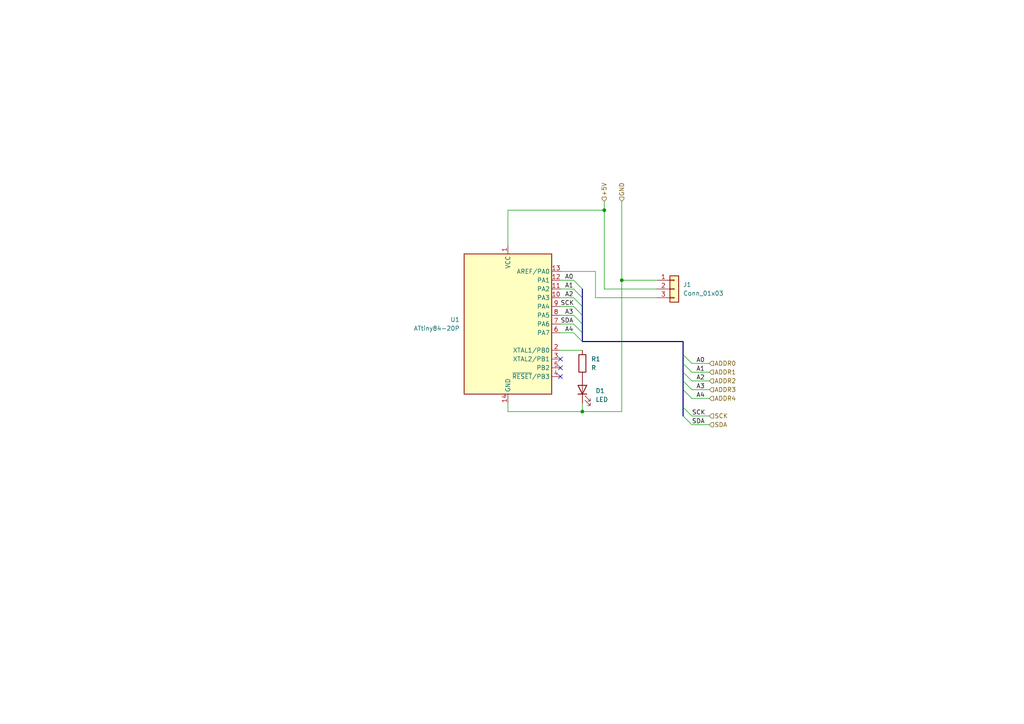
<source format=kicad_sch>
(kicad_sch (version 20211123) (generator eeschema)

  (uuid 434de308-3c0f-471e-b2ea-4b1db61e07dc)

  (paper "A4")

  (lib_symbols
    (symbol "Connector_Generic:Conn_01x03" (pin_names (offset 1.016) hide) (in_bom yes) (on_board yes)
      (property "Reference" "J" (id 0) (at 0 5.08 0)
        (effects (font (size 1.27 1.27)))
      )
      (property "Value" "Conn_01x03" (id 1) (at 0 -5.08 0)
        (effects (font (size 1.27 1.27)))
      )
      (property "Footprint" "" (id 2) (at 0 0 0)
        (effects (font (size 1.27 1.27)) hide)
      )
      (property "Datasheet" "~" (id 3) (at 0 0 0)
        (effects (font (size 1.27 1.27)) hide)
      )
      (property "ki_keywords" "connector" (id 4) (at 0 0 0)
        (effects (font (size 1.27 1.27)) hide)
      )
      (property "ki_description" "Generic connector, single row, 01x03, script generated (kicad-library-utils/schlib/autogen/connector/)" (id 5) (at 0 0 0)
        (effects (font (size 1.27 1.27)) hide)
      )
      (property "ki_fp_filters" "Connector*:*_1x??_*" (id 6) (at 0 0 0)
        (effects (font (size 1.27 1.27)) hide)
      )
      (symbol "Conn_01x03_1_1"
        (rectangle (start -1.27 -2.413) (end 0 -2.667)
          (stroke (width 0.1524) (type default) (color 0 0 0 0))
          (fill (type none))
        )
        (rectangle (start -1.27 0.127) (end 0 -0.127)
          (stroke (width 0.1524) (type default) (color 0 0 0 0))
          (fill (type none))
        )
        (rectangle (start -1.27 2.667) (end 0 2.413)
          (stroke (width 0.1524) (type default) (color 0 0 0 0))
          (fill (type none))
        )
        (rectangle (start -1.27 3.81) (end 1.27 -3.81)
          (stroke (width 0.254) (type default) (color 0 0 0 0))
          (fill (type background))
        )
        (pin passive line (at -5.08 2.54 0) (length 3.81)
          (name "Pin_1" (effects (font (size 1.27 1.27))))
          (number "1" (effects (font (size 1.27 1.27))))
        )
        (pin passive line (at -5.08 0 0) (length 3.81)
          (name "Pin_2" (effects (font (size 1.27 1.27))))
          (number "2" (effects (font (size 1.27 1.27))))
        )
        (pin passive line (at -5.08 -2.54 0) (length 3.81)
          (name "Pin_3" (effects (font (size 1.27 1.27))))
          (number "3" (effects (font (size 1.27 1.27))))
        )
      )
    )
    (symbol "Device:LED" (pin_numbers hide) (pin_names (offset 1.016) hide) (in_bom yes) (on_board yes)
      (property "Reference" "D" (id 0) (at 0 2.54 0)
        (effects (font (size 1.27 1.27)))
      )
      (property "Value" "LED" (id 1) (at 0 -2.54 0)
        (effects (font (size 1.27 1.27)))
      )
      (property "Footprint" "" (id 2) (at 0 0 0)
        (effects (font (size 1.27 1.27)) hide)
      )
      (property "Datasheet" "~" (id 3) (at 0 0 0)
        (effects (font (size 1.27 1.27)) hide)
      )
      (property "ki_keywords" "LED diode" (id 4) (at 0 0 0)
        (effects (font (size 1.27 1.27)) hide)
      )
      (property "ki_description" "Light emitting diode" (id 5) (at 0 0 0)
        (effects (font (size 1.27 1.27)) hide)
      )
      (property "ki_fp_filters" "LED* LED_SMD:* LED_THT:*" (id 6) (at 0 0 0)
        (effects (font (size 1.27 1.27)) hide)
      )
      (symbol "LED_0_1"
        (polyline
          (pts
            (xy -1.27 -1.27)
            (xy -1.27 1.27)
          )
          (stroke (width 0.254) (type default) (color 0 0 0 0))
          (fill (type none))
        )
        (polyline
          (pts
            (xy -1.27 0)
            (xy 1.27 0)
          )
          (stroke (width 0) (type default) (color 0 0 0 0))
          (fill (type none))
        )
        (polyline
          (pts
            (xy 1.27 -1.27)
            (xy 1.27 1.27)
            (xy -1.27 0)
            (xy 1.27 -1.27)
          )
          (stroke (width 0.254) (type default) (color 0 0 0 0))
          (fill (type none))
        )
        (polyline
          (pts
            (xy -3.048 -0.762)
            (xy -4.572 -2.286)
            (xy -3.81 -2.286)
            (xy -4.572 -2.286)
            (xy -4.572 -1.524)
          )
          (stroke (width 0) (type default) (color 0 0 0 0))
          (fill (type none))
        )
        (polyline
          (pts
            (xy -1.778 -0.762)
            (xy -3.302 -2.286)
            (xy -2.54 -2.286)
            (xy -3.302 -2.286)
            (xy -3.302 -1.524)
          )
          (stroke (width 0) (type default) (color 0 0 0 0))
          (fill (type none))
        )
      )
      (symbol "LED_1_1"
        (pin passive line (at -3.81 0 0) (length 2.54)
          (name "K" (effects (font (size 1.27 1.27))))
          (number "1" (effects (font (size 1.27 1.27))))
        )
        (pin passive line (at 3.81 0 180) (length 2.54)
          (name "A" (effects (font (size 1.27 1.27))))
          (number "2" (effects (font (size 1.27 1.27))))
        )
      )
    )
    (symbol "Device:R" (pin_numbers hide) (pin_names (offset 0)) (in_bom yes) (on_board yes)
      (property "Reference" "R" (id 0) (at 2.032 0 90)
        (effects (font (size 1.27 1.27)))
      )
      (property "Value" "R" (id 1) (at 0 0 90)
        (effects (font (size 1.27 1.27)))
      )
      (property "Footprint" "" (id 2) (at -1.778 0 90)
        (effects (font (size 1.27 1.27)) hide)
      )
      (property "Datasheet" "~" (id 3) (at 0 0 0)
        (effects (font (size 1.27 1.27)) hide)
      )
      (property "ki_keywords" "R res resistor" (id 4) (at 0 0 0)
        (effects (font (size 1.27 1.27)) hide)
      )
      (property "ki_description" "Resistor" (id 5) (at 0 0 0)
        (effects (font (size 1.27 1.27)) hide)
      )
      (property "ki_fp_filters" "R_*" (id 6) (at 0 0 0)
        (effects (font (size 1.27 1.27)) hide)
      )
      (symbol "R_0_1"
        (rectangle (start -1.016 -2.54) (end 1.016 2.54)
          (stroke (width 0.254) (type default) (color 0 0 0 0))
          (fill (type none))
        )
      )
      (symbol "R_1_1"
        (pin passive line (at 0 3.81 270) (length 1.27)
          (name "~" (effects (font (size 1.27 1.27))))
          (number "1" (effects (font (size 1.27 1.27))))
        )
        (pin passive line (at 0 -3.81 90) (length 1.27)
          (name "~" (effects (font (size 1.27 1.27))))
          (number "2" (effects (font (size 1.27 1.27))))
        )
      )
    )
    (symbol "MCU_Microchip_ATtiny:ATtiny84-20P" (in_bom yes) (on_board yes)
      (property "Reference" "U" (id 0) (at -12.7 21.59 0)
        (effects (font (size 1.27 1.27)) (justify left bottom))
      )
      (property "Value" "ATtiny84-20P" (id 1) (at 2.54 -21.59 0)
        (effects (font (size 1.27 1.27)) (justify left top))
      )
      (property "Footprint" "Package_DIP:DIP-14_W7.62mm" (id 2) (at 0 0 0)
        (effects (font (size 1.27 1.27) italic) hide)
      )
      (property "Datasheet" "http://ww1.microchip.com/downloads/en/DeviceDoc/doc8006.pdf" (id 3) (at 0 0 0)
        (effects (font (size 1.27 1.27)) hide)
      )
      (property "ki_keywords" "AVR 8bit Microcontroller tinyAVR" (id 4) (at 0 0 0)
        (effects (font (size 1.27 1.27)) hide)
      )
      (property "ki_description" "20MHz, 8kB Flash, 512B SRAM, 512B EEPROM, debugWIRE, DIP-14" (id 5) (at 0 0 0)
        (effects (font (size 1.27 1.27)) hide)
      )
      (property "ki_fp_filters" "DIP*W7.62mm*" (id 6) (at 0 0 0)
        (effects (font (size 1.27 1.27)) hide)
      )
      (symbol "ATtiny84-20P_0_1"
        (rectangle (start -12.7 -20.32) (end 12.7 20.32)
          (stroke (width 0.254) (type default) (color 0 0 0 0))
          (fill (type background))
        )
      )
      (symbol "ATtiny84-20P_1_1"
        (pin power_in line (at 0 22.86 270) (length 2.54)
          (name "VCC" (effects (font (size 1.27 1.27))))
          (number "1" (effects (font (size 1.27 1.27))))
        )
        (pin bidirectional line (at 15.24 7.62 180) (length 2.54)
          (name "PA3" (effects (font (size 1.27 1.27))))
          (number "10" (effects (font (size 1.27 1.27))))
        )
        (pin bidirectional line (at 15.24 10.16 180) (length 2.54)
          (name "PA2" (effects (font (size 1.27 1.27))))
          (number "11" (effects (font (size 1.27 1.27))))
        )
        (pin bidirectional line (at 15.24 12.7 180) (length 2.54)
          (name "PA1" (effects (font (size 1.27 1.27))))
          (number "12" (effects (font (size 1.27 1.27))))
        )
        (pin bidirectional line (at 15.24 15.24 180) (length 2.54)
          (name "AREF/PA0" (effects (font (size 1.27 1.27))))
          (number "13" (effects (font (size 1.27 1.27))))
        )
        (pin power_in line (at 0 -22.86 90) (length 2.54)
          (name "GND" (effects (font (size 1.27 1.27))))
          (number "14" (effects (font (size 1.27 1.27))))
        )
        (pin bidirectional line (at 15.24 -7.62 180) (length 2.54)
          (name "XTAL1/PB0" (effects (font (size 1.27 1.27))))
          (number "2" (effects (font (size 1.27 1.27))))
        )
        (pin bidirectional line (at 15.24 -10.16 180) (length 2.54)
          (name "XTAL2/PB1" (effects (font (size 1.27 1.27))))
          (number "3" (effects (font (size 1.27 1.27))))
        )
        (pin bidirectional line (at 15.24 -15.24 180) (length 2.54)
          (name "~{RESET}/PB3" (effects (font (size 1.27 1.27))))
          (number "4" (effects (font (size 1.27 1.27))))
        )
        (pin bidirectional line (at 15.24 -12.7 180) (length 2.54)
          (name "PB2" (effects (font (size 1.27 1.27))))
          (number "5" (effects (font (size 1.27 1.27))))
        )
        (pin bidirectional line (at 15.24 -2.54 180) (length 2.54)
          (name "PA7" (effects (font (size 1.27 1.27))))
          (number "6" (effects (font (size 1.27 1.27))))
        )
        (pin bidirectional line (at 15.24 0 180) (length 2.54)
          (name "PA6" (effects (font (size 1.27 1.27))))
          (number "7" (effects (font (size 1.27 1.27))))
        )
        (pin bidirectional line (at 15.24 2.54 180) (length 2.54)
          (name "PA5" (effects (font (size 1.27 1.27))))
          (number "8" (effects (font (size 1.27 1.27))))
        )
        (pin bidirectional line (at 15.24 5.08 180) (length 2.54)
          (name "PA4" (effects (font (size 1.27 1.27))))
          (number "9" (effects (font (size 1.27 1.27))))
        )
      )
    )
  )

  (junction (at 168.91 119.38) (diameter 0) (color 0 0 0 0)
    (uuid 3284dcf0-6040-4022-ba5e-28f440433d63)
  )
  (junction (at 180.34 81.28) (diameter 0) (color 0 0 0 0)
    (uuid a701fccb-8389-49f2-9938-7c1e23c2f7e8)
  )
  (junction (at 175.26 60.96) (diameter 0) (color 0 0 0 0)
    (uuid ff241e45-ad71-468a-af34-530f0c7608e6)
  )

  (no_connect (at 162.56 104.14) (uuid 0f7b19d2-106e-4c3c-a24f-bfd8b4c7d6f1))
  (no_connect (at 162.56 106.68) (uuid 0f7b19d2-106e-4c3c-a24f-bfd8b4c7d6f2))
  (no_connect (at 162.56 109.22) (uuid 295f6204-c40c-414f-b8da-ba500d1e7be5))

  (bus_entry (at 166.37 86.36) (size 2.54 2.54)
    (stroke (width 0) (type default) (color 0 0 0 0))
    (uuid 00f867ca-6dbc-464d-935c-98c553b1ae35)
  )
  (bus_entry (at 200.66 115.57) (size -2.54 -2.54)
    (stroke (width 0) (type default) (color 0 0 0 0))
    (uuid 07c7610c-4ac3-4d28-a6da-675e3e1efd6c)
  )
  (bus_entry (at 166.37 83.82) (size 2.54 2.54)
    (stroke (width 0) (type default) (color 0 0 0 0))
    (uuid 1db8c73c-f38b-4998-bd41-1a8fc64e8b1a)
  )
  (bus_entry (at 166.37 81.28) (size 2.54 2.54)
    (stroke (width 0) (type default) (color 0 0 0 0))
    (uuid 2b49d027-0d47-48ba-ad83-8890fbb9e35d)
  )
  (bus_entry (at 200.66 107.95) (size -2.54 -2.54)
    (stroke (width 0) (type default) (color 0 0 0 0))
    (uuid 3661338f-6e1f-4643-8572-bcc68f972616)
  )
  (bus_entry (at 166.37 96.52) (size 2.54 2.54)
    (stroke (width 0) (type default) (color 0 0 0 0))
    (uuid 42ae3432-4ed7-4a5d-9550-190ec440bbf1)
  )
  (bus_entry (at 200.66 105.41) (size -2.54 -2.54)
    (stroke (width 0) (type default) (color 0 0 0 0))
    (uuid 4c5df714-8a59-4ef3-b00c-941dbbde5a55)
  )
  (bus_entry (at 200.66 120.65) (size -2.54 -2.54)
    (stroke (width 0) (type default) (color 0 0 0 0))
    (uuid 59f91194-b0fc-4d1e-b546-06f4221717a3)
  )
  (bus_entry (at 200.66 123.19) (size -2.54 -2.54)
    (stroke (width 0) (type default) (color 0 0 0 0))
    (uuid 59f91194-b0fc-4d1e-b546-06f4221717a4)
  )
  (bus_entry (at 166.37 88.9) (size 2.54 2.54)
    (stroke (width 0) (type default) (color 0 0 0 0))
    (uuid 7991104a-b8e6-4dba-a6e5-321be8875a3e)
  )
  (bus_entry (at 166.37 93.98) (size 2.54 2.54)
    (stroke (width 0) (type default) (color 0 0 0 0))
    (uuid 7991104a-b8e6-4dba-a6e5-321be8875a3f)
  )
  (bus_entry (at 166.37 91.44) (size 2.54 2.54)
    (stroke (width 0) (type default) (color 0 0 0 0))
    (uuid 81d02e3f-8a4a-4f4a-8c87-a49e720a351f)
  )
  (bus_entry (at 200.66 110.49) (size -2.54 -2.54)
    (stroke (width 0) (type default) (color 0 0 0 0))
    (uuid 919dd611-d396-4b67-a1f3-250dd4deb719)
  )
  (bus_entry (at 200.66 113.03) (size -2.54 -2.54)
    (stroke (width 0) (type default) (color 0 0 0 0))
    (uuid b1ca3ada-e291-4439-b049-a4cd78a15a87)
  )

  (wire (pts (xy 162.56 91.44) (xy 166.37 91.44))
    (stroke (width 0) (type default) (color 0 0 0 0))
    (uuid 010f3275-e57f-43de-88fb-26c2c2c5405e)
  )
  (bus (pts (xy 168.91 91.44) (xy 168.91 93.98))
    (stroke (width 0) (type default) (color 0 0 0 0))
    (uuid 0f44699a-900e-4e5f-b2d8-5b0c7d1e103f)
  )

  (wire (pts (xy 175.26 58.42) (xy 175.26 60.96))
    (stroke (width 0) (type default) (color 0 0 0 0))
    (uuid 14dae859-8a5e-4c74-8dd1-33305fc12529)
  )
  (wire (pts (xy 200.66 123.19) (xy 205.74 123.19))
    (stroke (width 0) (type default) (color 0 0 0 0))
    (uuid 1670b806-1f87-4cd3-a804-3772f5200f21)
  )
  (wire (pts (xy 175.26 83.82) (xy 190.5 83.82))
    (stroke (width 0) (type default) (color 0 0 0 0))
    (uuid 19a64ee2-6cf4-43d0-a0c5-06a7840a6055)
  )
  (wire (pts (xy 168.91 116.84) (xy 168.91 119.38))
    (stroke (width 0) (type default) (color 0 0 0 0))
    (uuid 1ad55749-0f90-4694-89a5-42acdeee6c2c)
  )
  (wire (pts (xy 200.66 110.49) (xy 205.74 110.49))
    (stroke (width 0) (type default) (color 0 0 0 0))
    (uuid 2739736b-afb1-419d-9e9c-91c65f4eb9fa)
  )
  (bus (pts (xy 168.91 88.9) (xy 168.91 91.44))
    (stroke (width 0) (type default) (color 0 0 0 0))
    (uuid 2f5530d6-e84d-4504-abc7-ff8373a2b5a4)
  )

  (wire (pts (xy 172.72 86.36) (xy 190.5 86.36))
    (stroke (width 0) (type default) (color 0 0 0 0))
    (uuid 329980e2-6d3b-4872-a4a9-f6b4c29649e1)
  )
  (wire (pts (xy 147.32 71.12) (xy 147.32 60.96))
    (stroke (width 0) (type default) (color 0 0 0 0))
    (uuid 32d0327e-6797-4043-9fe0-6a3ff9f172a7)
  )
  (bus (pts (xy 168.91 96.52) (xy 168.91 99.06))
    (stroke (width 0) (type default) (color 0 0 0 0))
    (uuid 39c85a82-aa1d-4d2d-b6eb-678d1981a25b)
  )

  (wire (pts (xy 168.91 119.38) (xy 180.34 119.38))
    (stroke (width 0) (type default) (color 0 0 0 0))
    (uuid 416d1c8c-2b29-4b2a-be6d-be35c3104dc6)
  )
  (wire (pts (xy 162.56 78.74) (xy 172.72 78.74))
    (stroke (width 0) (type default) (color 0 0 0 0))
    (uuid 489d770a-8d64-48be-be65-ba3104a6bb11)
  )
  (wire (pts (xy 175.26 60.96) (xy 175.26 83.82))
    (stroke (width 0) (type default) (color 0 0 0 0))
    (uuid 49c767de-a00f-44ca-892a-35681a6ce407)
  )
  (wire (pts (xy 162.56 81.28) (xy 166.37 81.28))
    (stroke (width 0) (type default) (color 0 0 0 0))
    (uuid 4e001036-2180-4366-a0f5-0b8745896e4b)
  )
  (bus (pts (xy 198.12 110.49) (xy 198.12 113.03))
    (stroke (width 0) (type default) (color 0 0 0 0))
    (uuid 535231da-43df-4f25-9b90-c252599221c7)
  )
  (bus (pts (xy 198.12 99.06) (xy 198.12 102.87))
    (stroke (width 0) (type default) (color 0 0 0 0))
    (uuid 553b7a75-7c9a-42d0-a28c-4562592d9ab8)
  )

  (wire (pts (xy 172.72 78.74) (xy 172.72 86.36))
    (stroke (width 0) (type default) (color 0 0 0 0))
    (uuid 59b4f748-5947-453e-b4c9-9178c5709e25)
  )
  (bus (pts (xy 168.91 93.98) (xy 168.91 96.52))
    (stroke (width 0) (type default) (color 0 0 0 0))
    (uuid 675cc539-968e-4a24-a631-ffe186e89512)
  )
  (bus (pts (xy 168.91 99.06) (xy 198.12 99.06))
    (stroke (width 0) (type default) (color 0 0 0 0))
    (uuid 697d909a-e6fc-428c-aba5-823fe93fa5a6)
  )

  (wire (pts (xy 180.34 81.28) (xy 190.5 81.28))
    (stroke (width 0) (type default) (color 0 0 0 0))
    (uuid 6e952984-af1f-47ef-a9db-357321a7c301)
  )
  (bus (pts (xy 198.12 118.11) (xy 198.12 120.65))
    (stroke (width 0) (type default) (color 0 0 0 0))
    (uuid 7a0bf2aa-b850-4742-8c98-635e9e89c0f0)
  )
  (bus (pts (xy 168.91 83.82) (xy 168.91 86.36))
    (stroke (width 0) (type default) (color 0 0 0 0))
    (uuid 8425dc64-4819-4cd3-afa8-7be23fa21686)
  )
  (bus (pts (xy 198.12 107.95) (xy 198.12 110.49))
    (stroke (width 0) (type default) (color 0 0 0 0))
    (uuid 885785e7-e551-43fa-9a0f-fe1eebaa3172)
  )

  (wire (pts (xy 200.66 115.57) (xy 205.74 115.57))
    (stroke (width 0) (type default) (color 0 0 0 0))
    (uuid 92bb293d-8d03-4f17-817b-db2dafcb76ef)
  )
  (wire (pts (xy 180.34 58.42) (xy 180.34 81.28))
    (stroke (width 0) (type default) (color 0 0 0 0))
    (uuid 94db4bde-c0ea-42be-8225-452b32a2a943)
  )
  (bus (pts (xy 198.12 105.41) (xy 198.12 107.95))
    (stroke (width 0) (type default) (color 0 0 0 0))
    (uuid 9b9b410e-ced1-4dde-990d-d043a1a4c015)
  )

  (wire (pts (xy 147.32 119.38) (xy 147.32 116.84))
    (stroke (width 0) (type default) (color 0 0 0 0))
    (uuid 9e68739e-483d-44f9-8e96-159a9933409a)
  )
  (wire (pts (xy 147.32 60.96) (xy 175.26 60.96))
    (stroke (width 0) (type default) (color 0 0 0 0))
    (uuid 9e95b720-d48f-415a-866a-4afb521b6689)
  )
  (wire (pts (xy 162.56 86.36) (xy 166.37 86.36))
    (stroke (width 0) (type default) (color 0 0 0 0))
    (uuid af249a3c-1157-404d-885b-1509481e0e45)
  )
  (wire (pts (xy 180.34 119.38) (xy 180.34 81.28))
    (stroke (width 0) (type default) (color 0 0 0 0))
    (uuid b1e8c6f8-914a-40f9-a007-a11551537867)
  )
  (wire (pts (xy 200.66 120.65) (xy 205.74 120.65))
    (stroke (width 0) (type default) (color 0 0 0 0))
    (uuid b49a0377-4ee2-4a64-b806-dbf66ec3bcc2)
  )
  (wire (pts (xy 200.66 105.41) (xy 205.74 105.41))
    (stroke (width 0) (type default) (color 0 0 0 0))
    (uuid c119c8f0-8e40-418c-8630-cdc6d3cb7610)
  )
  (bus (pts (xy 168.91 86.36) (xy 168.91 88.9))
    (stroke (width 0) (type default) (color 0 0 0 0))
    (uuid c5a93615-86ef-4130-8ec5-a4fff029dbc1)
  )

  (wire (pts (xy 162.56 83.82) (xy 166.37 83.82))
    (stroke (width 0) (type default) (color 0 0 0 0))
    (uuid c9f05bda-27aa-45f5-bbb0-43bbd466a33b)
  )
  (bus (pts (xy 198.12 102.87) (xy 198.12 105.41))
    (stroke (width 0) (type default) (color 0 0 0 0))
    (uuid cfdaf4d6-7378-4eda-86b0-844c550a9fa7)
  )
  (bus (pts (xy 198.12 113.03) (xy 198.12 118.11))
    (stroke (width 0) (type default) (color 0 0 0 0))
    (uuid d1998d17-2426-4210-860c-9c43b1a27094)
  )

  (wire (pts (xy 162.56 88.9) (xy 166.37 88.9))
    (stroke (width 0) (type default) (color 0 0 0 0))
    (uuid dab2ba8b-3efc-4a82-a3d7-9b6dcd164ab7)
  )
  (wire (pts (xy 162.56 96.52) (xy 166.37 96.52))
    (stroke (width 0) (type default) (color 0 0 0 0))
    (uuid e5f02ac3-2d84-4efb-8d56-c4f11be6d739)
  )
  (wire (pts (xy 147.32 119.38) (xy 168.91 119.38))
    (stroke (width 0) (type default) (color 0 0 0 0))
    (uuid e84fcdcc-f24f-4dc3-a209-0f7f9d0cd0a4)
  )
  (wire (pts (xy 200.66 107.95) (xy 205.74 107.95))
    (stroke (width 0) (type default) (color 0 0 0 0))
    (uuid ec7cc36a-fd51-472f-9307-8688a1e9f8e0)
  )
  (wire (pts (xy 162.56 101.6) (xy 168.91 101.6))
    (stroke (width 0) (type default) (color 0 0 0 0))
    (uuid efdb3bbc-c080-491d-b7b1-4df35fbb0627)
  )
  (wire (pts (xy 200.66 113.03) (xy 205.74 113.03))
    (stroke (width 0) (type default) (color 0 0 0 0))
    (uuid f975e8d0-ba7c-4f37-83fb-57944dbe3050)
  )
  (wire (pts (xy 162.56 93.98) (xy 166.37 93.98))
    (stroke (width 0) (type default) (color 0 0 0 0))
    (uuid fd818750-d985-4503-9dbe-3900ac564058)
  )

  (label "SCK" (at 162.56 88.9 0)
    (effects (font (size 1.27 1.27)) (justify left bottom))
    (uuid 017895a2-f24d-4a90-857e-487f7346808b)
  )
  (label "A2" (at 201.93 110.49 0)
    (effects (font (size 1.27 1.27)) (justify left bottom))
    (uuid 044a372e-597a-45cc-a80c-e90b9d869dfa)
  )
  (label "A3" (at 163.83 91.44 0)
    (effects (font (size 1.27 1.27)) (justify left bottom))
    (uuid 0ebe6ea4-4879-4915-9195-46bb05a5a836)
  )
  (label "A0" (at 201.93 105.41 0)
    (effects (font (size 1.27 1.27)) (justify left bottom))
    (uuid 155fe027-7e75-4fe7-b68d-ffd5d6447ed9)
  )
  (label "A4" (at 163.83 96.52 0)
    (effects (font (size 1.27 1.27)) (justify left bottom))
    (uuid 194c157d-d622-4fd8-be00-f69f61a03684)
  )
  (label "SCK" (at 200.66 120.65 0)
    (effects (font (size 1.27 1.27)) (justify left bottom))
    (uuid 296909a0-7cfa-42e1-bd96-205099ae4073)
  )
  (label "A3" (at 201.93 113.03 0)
    (effects (font (size 1.27 1.27)) (justify left bottom))
    (uuid 2d2d483f-8343-4971-8539-7b654043fac0)
  )
  (label "A1" (at 201.93 107.95 0)
    (effects (font (size 1.27 1.27)) (justify left bottom))
    (uuid 3b6d40c3-2cf3-41ae-ad4e-62cf0a0a9489)
  )
  (label "A4" (at 201.93 115.57 0)
    (effects (font (size 1.27 1.27)) (justify left bottom))
    (uuid 40c856b4-1ba7-4189-860b-b6b7884be8b0)
  )
  (label "SDA" (at 162.56 93.98 0)
    (effects (font (size 1.27 1.27)) (justify left bottom))
    (uuid 66229c34-d65b-49c4-a69f-be2de7608118)
  )
  (label "A1" (at 163.83 83.82 0)
    (effects (font (size 1.27 1.27)) (justify left bottom))
    (uuid 6e842dbe-0a98-4a0e-8ad2-d5f068de3102)
  )
  (label "A2" (at 163.83 86.36 0)
    (effects (font (size 1.27 1.27)) (justify left bottom))
    (uuid a280b938-d69e-4216-9865-b637f15395c8)
  )
  (label "SDA" (at 200.66 123.19 0)
    (effects (font (size 1.27 1.27)) (justify left bottom))
    (uuid c08cacd2-b494-45a3-a05a-bbadc604a099)
  )
  (label "A0" (at 163.83 81.28 0)
    (effects (font (size 1.27 1.27)) (justify left bottom))
    (uuid e64be00d-07ff-43e2-ad9c-02dce133c383)
  )

  (hierarchical_label "ADDR2" (shape input) (at 205.74 110.49 0)
    (effects (font (size 1.27 1.27)) (justify left))
    (uuid 29f5ffe4-643d-4c2c-bf77-2703a6d8f02f)
  )
  (hierarchical_label "ADDR3" (shape input) (at 205.74 113.03 0)
    (effects (font (size 1.27 1.27)) (justify left))
    (uuid 4e854bd9-3efd-4a6d-a627-29fba1dc4509)
  )
  (hierarchical_label "+5V" (shape input) (at 175.26 58.42 90)
    (effects (font (size 1.27 1.27)) (justify left))
    (uuid 524dfc74-a6ca-4f47-b1c4-8c830a3897c9)
  )
  (hierarchical_label "SDA" (shape input) (at 205.74 123.19 0)
    (effects (font (size 1.27 1.27)) (justify left))
    (uuid 58567bd4-7e38-4f68-a8cb-d9145f87e5c1)
  )
  (hierarchical_label "GND" (shape input) (at 180.34 58.42 90)
    (effects (font (size 1.27 1.27)) (justify left))
    (uuid 5e31b75c-7539-48bc-9313-3ce6611e0cb9)
  )
  (hierarchical_label "SCK" (shape input) (at 205.74 120.65 0)
    (effects (font (size 1.27 1.27)) (justify left))
    (uuid 61ad34b9-6456-475d-bfb4-391de994726a)
  )
  (hierarchical_label "ADDR1" (shape input) (at 205.74 107.95 0)
    (effects (font (size 1.27 1.27)) (justify left))
    (uuid ddeb7290-ccba-4429-869f-ccaeb1cc6577)
  )
  (hierarchical_label "ADDR4" (shape input) (at 205.74 115.57 0)
    (effects (font (size 1.27 1.27)) (justify left))
    (uuid dfc6c58b-b2d7-478a-8280-348471912cc8)
  )
  (hierarchical_label "ADDR0" (shape input) (at 205.74 105.41 0)
    (effects (font (size 1.27 1.27)) (justify left))
    (uuid e6dad23c-52f8-427c-9d48-e45804cebb57)
  )

  (symbol (lib_id "Connector_Generic:Conn_01x03") (at 195.58 83.82 0) (unit 1)
    (in_bom yes) (on_board yes) (fields_autoplaced)
    (uuid 76dd8502-ef22-4ccd-b6b2-35d3f171bae0)
    (property "Reference" "J1" (id 0) (at 198.12 82.5499 0)
      (effects (font (size 1.27 1.27)) (justify left))
    )
    (property "Value" "~" (id 1) (at 198.12 85.0899 0)
      (effects (font (size 1.27 1.27)) (justify left))
    )
    (property "Footprint" "" (id 2) (at 195.58 83.82 0)
      (effects (font (size 1.27 1.27)) hide)
    )
    (property "Datasheet" "~" (id 3) (at 195.58 83.82 0)
      (effects (font (size 1.27 1.27)) hide)
    )
    (pin "1" (uuid a420acdf-58d6-47ac-b02a-494ff973f47f))
    (pin "2" (uuid b9b5cc2b-d81b-47cf-89ba-52d752e8463c))
    (pin "3" (uuid 52909277-346a-474b-a081-0f8946fe0d3f))
  )

  (symbol (lib_id "Device:LED") (at 168.91 113.03 90) (unit 1)
    (in_bom yes) (on_board yes) (fields_autoplaced)
    (uuid 9ff55c46-e235-4661-9be7-a11ef2d43a54)
    (property "Reference" "D1" (id 0) (at 172.72 113.3474 90)
      (effects (font (size 1.27 1.27)) (justify right))
    )
    (property "Value" "~" (id 1) (at 172.72 115.8874 90)
      (effects (font (size 1.27 1.27)) (justify right))
    )
    (property "Footprint" "" (id 2) (at 168.91 113.03 0)
      (effects (font (size 1.27 1.27)) hide)
    )
    (property "Datasheet" "~" (id 3) (at 168.91 113.03 0)
      (effects (font (size 1.27 1.27)) hide)
    )
    (pin "1" (uuid d8362997-86e8-467f-9fba-b047e451479b))
    (pin "2" (uuid 0842c0da-7a95-4048-9f67-3f72596f26ca))
  )

  (symbol (lib_id "Device:R") (at 168.91 105.41 0) (unit 1)
    (in_bom yes) (on_board yes) (fields_autoplaced)
    (uuid b380fcfe-2cda-44c5-8e44-b5a09b94a531)
    (property "Reference" "R1" (id 0) (at 171.45 104.1399 0)
      (effects (font (size 1.27 1.27)) (justify left))
    )
    (property "Value" "~" (id 1) (at 171.45 106.6799 0)
      (effects (font (size 1.27 1.27)) (justify left))
    )
    (property "Footprint" "" (id 2) (at 167.132 105.41 90)
      (effects (font (size 1.27 1.27)) hide)
    )
    (property "Datasheet" "~" (id 3) (at 168.91 105.41 0)
      (effects (font (size 1.27 1.27)) hide)
    )
    (pin "1" (uuid 3883dec3-dfaa-48d8-9ebf-d99c4a0957db))
    (pin "2" (uuid 67fd6f3a-65c2-4a89-89ee-a314fefc3a9d))
  )

  (symbol (lib_id "MCU_Microchip_ATtiny:ATtiny84-20P") (at 147.32 93.98 0) (unit 1)
    (in_bom yes) (on_board yes) (fields_autoplaced)
    (uuid f3948324-ce3a-4786-8e6f-06525e602a33)
    (property "Reference" "U1" (id 0) (at 133.35 92.7099 0)
      (effects (font (size 1.27 1.27)) (justify right))
    )
    (property "Value" "~" (id 1) (at 133.35 95.2499 0)
      (effects (font (size 1.27 1.27)) (justify right))
    )
    (property "Footprint" "Package_DIP:DIP-14_W7.62mm_Socket" (id 2) (at 147.32 93.98 0)
      (effects (font (size 1.27 1.27) italic) hide)
    )
    (property "Datasheet" "http://ww1.microchip.com/downloads/en/DeviceDoc/doc8006.pdf" (id 3) (at 147.32 93.98 0)
      (effects (font (size 1.27 1.27)) hide)
    )
    (pin "1" (uuid 869eca01-6daf-4865-b0e8-f32a37e3566c))
    (pin "10" (uuid aff48226-032f-4dae-a36a-f783c883d29a))
    (pin "11" (uuid 5ce23b6b-bd8c-44d9-a91a-04985175beda))
    (pin "12" (uuid 8338e846-812b-41c6-ad83-c397e10d62a8))
    (pin "13" (uuid 8dc0cb95-6a64-4146-a98b-201faa29efcd))
    (pin "14" (uuid 18b61e14-f0cb-4bda-9e7e-35086cd0bce5))
    (pin "2" (uuid b0150d2b-85b3-4331-b915-3086266e149b))
    (pin "3" (uuid 95ef63d7-a7a2-4718-a404-714eb6412ee9))
    (pin "4" (uuid d1e5ef30-0c74-4f13-89aa-ab10a4b051eb))
    (pin "5" (uuid 69b62df2-080c-4fbc-a9ff-a83e6181a480))
    (pin "6" (uuid 007d1aa0-0a35-4c79-bc8d-e834bd3664f0))
    (pin "7" (uuid 4ce0e23d-dbb3-4d2d-b549-50bee3d446b9))
    (pin "8" (uuid b4ddef27-9e8b-4c9f-ba6b-bbd22b45d51a))
    (pin "9" (uuid b06d0f18-c7c1-4973-8806-d4fa87df5412))
  )

  (sheet_instances
    (path "/" (page "1"))
  )

  (symbol_instances
    (path "/9ff55c46-e235-4661-9be7-a11ef2d43a54"
      (reference "D1") (unit 1) (value "LED") (footprint "LED_THT:LED_D3.0mm")
    )
    (path "/76dd8502-ef22-4ccd-b6b2-35d3f171bae0"
      (reference "J1") (unit 1) (value "Conn_01x03") (footprint "Connector_Molex:Molex_KK-254_AE-6410-03A_1x03_P2.54mm_Vertical")
    )
    (path "/b380fcfe-2cda-44c5-8e44-b5a09b94a531"
      (reference "R1") (unit 1) (value "R") (footprint "Resistor_THT:R_Axial_DIN0207_L6.3mm_D2.5mm_P10.16mm_Horizontal")
    )
    (path "/f3948324-ce3a-4786-8e6f-06525e602a33"
      (reference "U1") (unit 1) (value "ATtiny84-20P") (footprint "Package_DIP:DIP-14_W7.62mm")
    )
  )
)

</source>
